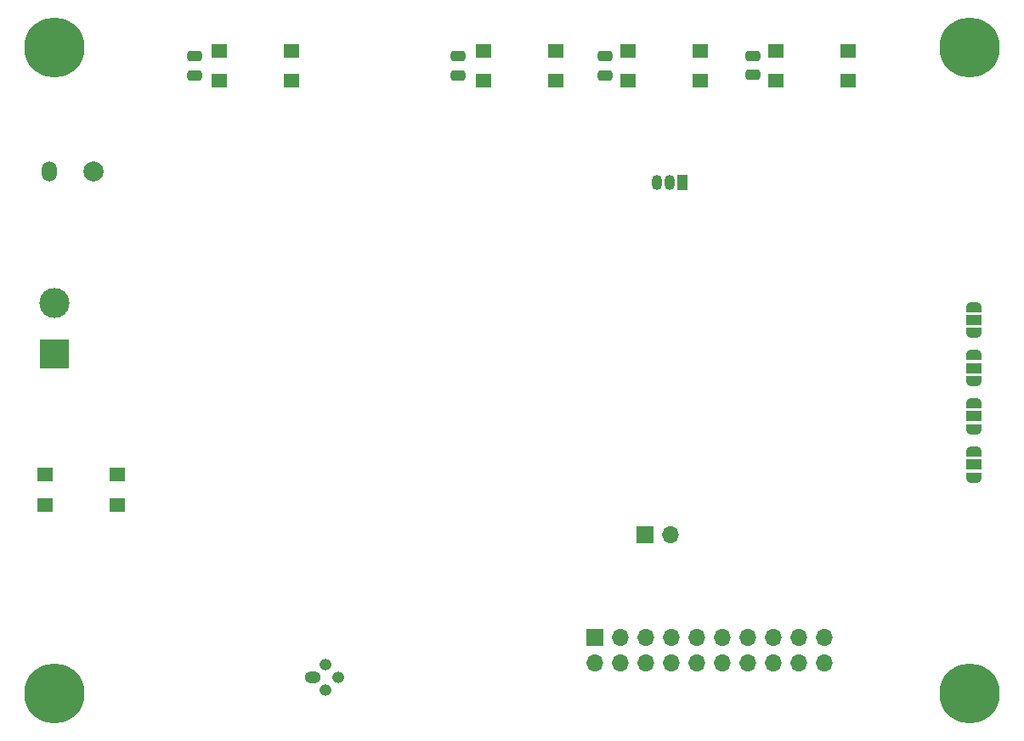
<source format=gbr>
%TF.GenerationSoftware,KiCad,Pcbnew,(6.0.8)*%
%TF.CreationDate,2023-04-21T14:35:49+02:00*%
%TF.ProjectId,Thermometer_IR_v2,54686572-6d6f-46d6-9574-65725f49525f,rev?*%
%TF.SameCoordinates,Original*%
%TF.FileFunction,Soldermask,Bot*%
%TF.FilePolarity,Negative*%
%FSLAX46Y46*%
G04 Gerber Fmt 4.6, Leading zero omitted, Abs format (unit mm)*
G04 Created by KiCad (PCBNEW (6.0.8)) date 2023-04-21 14:35:49*
%MOMM*%
%LPD*%
G01*
G04 APERTURE LIST*
G04 Aperture macros list*
%AMRoundRect*
0 Rectangle with rounded corners*
0 $1 Rounding radius*
0 $2 $3 $4 $5 $6 $7 $8 $9 X,Y pos of 4 corners*
0 Add a 4 corners polygon primitive as box body*
4,1,4,$2,$3,$4,$5,$6,$7,$8,$9,$2,$3,0*
0 Add four circle primitives for the rounded corners*
1,1,$1+$1,$2,$3*
1,1,$1+$1,$4,$5*
1,1,$1+$1,$6,$7*
1,1,$1+$1,$8,$9*
0 Add four rect primitives between the rounded corners*
20,1,$1+$1,$2,$3,$4,$5,0*
20,1,$1+$1,$4,$5,$6,$7,0*
20,1,$1+$1,$6,$7,$8,$9,0*
20,1,$1+$1,$8,$9,$2,$3,0*%
%AMFreePoly0*
4,1,22,0.550000,-0.750000,0.000000,-0.750000,0.000000,-0.745033,-0.079941,-0.743568,-0.215256,-0.701293,-0.333266,-0.622738,-0.424486,-0.514219,-0.481581,-0.384460,-0.499164,-0.250000,-0.500000,-0.250000,-0.500000,0.250000,-0.499164,0.250000,-0.499963,0.256109,-0.478152,0.396186,-0.417904,0.524511,-0.324060,0.630769,-0.204165,0.706417,-0.067858,0.745374,0.000000,0.744959,0.000000,0.750000,
0.550000,0.750000,0.550000,-0.750000,0.550000,-0.750000,$1*%
%AMFreePoly1*
4,1,20,0.000000,0.744959,0.073905,0.744508,0.209726,0.703889,0.328688,0.626782,0.421226,0.519385,0.479903,0.390333,0.500000,0.250000,0.500000,-0.250000,0.499851,-0.262216,0.476331,-0.402017,0.414519,-0.529596,0.319384,-0.634700,0.198574,-0.708877,0.061801,-0.746166,0.000000,-0.745033,0.000000,-0.750000,-0.550000,-0.750000,-0.550000,0.750000,0.000000,0.750000,0.000000,0.744959,
0.000000,0.744959,$1*%
G04 Aperture macros list end*
%ADD10R,1.700000X1.700000*%
%ADD11O,1.700000X1.700000*%
%ADD12C,0.800000*%
%ADD13C,6.000000*%
%ADD14O,1.600000X1.200000*%
%ADD15O,1.200000X1.200000*%
%ADD16R,3.000000X3.000000*%
%ADD17C,3.000000*%
%ADD18R,1.050000X1.500000*%
%ADD19O,1.050000X1.500000*%
%ADD20C,2.000000*%
%ADD21O,1.500000X2.000000*%
%ADD22R,1.600000X1.400000*%
%ADD23FreePoly0,270.000000*%
%ADD24R,1.500000X1.000000*%
%ADD25FreePoly1,270.000000*%
%ADD26RoundRect,0.250000X-0.475000X0.250000X-0.475000X-0.250000X0.475000X-0.250000X0.475000X0.250000X0*%
G04 APERTURE END LIST*
D10*
%TO.C,J2*%
X170800000Y-109735264D03*
D11*
X170800000Y-112275264D03*
X173340000Y-109735264D03*
X173340000Y-112275264D03*
X175880000Y-109735264D03*
X175880000Y-112275264D03*
X178420000Y-109735264D03*
X178420000Y-112275264D03*
X180960000Y-109735264D03*
X180960000Y-112275264D03*
X183500000Y-109735264D03*
X183500000Y-112275264D03*
X186040000Y-109735264D03*
X186040000Y-112275264D03*
X188580000Y-109735264D03*
X188580000Y-112275264D03*
X191120000Y-109735264D03*
X191120000Y-112275264D03*
X193660000Y-109735264D03*
X193660000Y-112275264D03*
%TD*%
D12*
%TO.C,H2*%
X115384010Y-49309010D03*
X116975000Y-48650000D03*
X118565990Y-52490990D03*
X116975000Y-53150000D03*
X115384010Y-52490990D03*
X114725000Y-50900000D03*
X119225000Y-50900000D03*
D13*
X116975000Y-50900000D03*
D12*
X118565990Y-49309010D03*
%TD*%
D14*
%TO.C,U3*%
X142699586Y-113724965D03*
D15*
X143969586Y-114994965D03*
X145239586Y-113724965D03*
X143969586Y-112454965D03*
%TD*%
D16*
%TO.C,J4*%
X117000000Y-81490000D03*
D17*
X117000000Y-76410000D03*
%TD*%
D10*
%TO.C,J3*%
X175775000Y-99450264D03*
D11*
X178315000Y-99450264D03*
%TD*%
D18*
%TO.C,U2*%
X179545000Y-64390000D03*
D19*
X178275000Y-64390000D03*
X177005000Y-64390000D03*
%TD*%
D20*
%TO.C,J1*%
X120846412Y-63288188D03*
D21*
X116446412Y-63288188D03*
%TD*%
D12*
%TO.C,H1*%
X208125000Y-117550000D03*
X209715990Y-113709010D03*
X208125000Y-113050000D03*
X206534010Y-116890990D03*
X205875000Y-115300000D03*
X210375000Y-115300000D03*
X206534010Y-113709010D03*
X209715990Y-116890990D03*
D13*
X208125000Y-115300000D03*
%TD*%
%TO.C,H4*%
X116975000Y-115300000D03*
D12*
X119225000Y-115300000D03*
X116975000Y-113050000D03*
X114725000Y-115300000D03*
X115384010Y-116890990D03*
X116975000Y-117550000D03*
X115384010Y-113709010D03*
X118565990Y-113709010D03*
X118565990Y-116890990D03*
%TD*%
%TO.C,H3*%
X206534010Y-52490990D03*
X205875000Y-50900000D03*
X208125000Y-53150000D03*
D13*
X208125000Y-50900000D03*
D12*
X208125000Y-48650000D03*
X209715990Y-49309010D03*
X210375000Y-50900000D03*
X206534010Y-49309010D03*
X209715990Y-52490990D03*
%TD*%
D22*
%TO.C,SW7*%
X123200000Y-93500000D03*
X116000000Y-93500000D03*
X116000000Y-96500000D03*
X123200000Y-96500000D03*
%TD*%
D23*
%TO.C,JP3*%
X208550000Y-86375000D03*
D24*
X208550000Y-87675000D03*
D25*
X208550000Y-88975000D03*
%TD*%
D26*
%TO.C,C4*%
X186568151Y-51710264D03*
X186568151Y-53610264D03*
%TD*%
D23*
%TO.C,JP2*%
X208550000Y-81575000D03*
D24*
X208550000Y-82875000D03*
D25*
X208550000Y-84175000D03*
%TD*%
D23*
%TO.C,JP1*%
X208550000Y-76775000D03*
D24*
X208550000Y-78075000D03*
D25*
X208550000Y-79375000D03*
%TD*%
D22*
%TO.C,SW5*%
X181291254Y-51210264D03*
X174091254Y-51210264D03*
X174091254Y-54210264D03*
X181291254Y-54210264D03*
%TD*%
%TO.C,SW1*%
X188810151Y-51185664D03*
X196010151Y-51185664D03*
X196010151Y-54185664D03*
X188810151Y-54185664D03*
%TD*%
%TO.C,SW6*%
X140600000Y-51210264D03*
X133400000Y-51210264D03*
X133400000Y-54210264D03*
X140600000Y-54210264D03*
%TD*%
D26*
%TO.C,C8*%
X171791254Y-51760264D03*
X171791254Y-53660264D03*
%TD*%
%TO.C,C9*%
X130900000Y-51760264D03*
X130900000Y-53660264D03*
%TD*%
D23*
%TO.C,JP4*%
X208550000Y-91175000D03*
D24*
X208550000Y-92475000D03*
D25*
X208550000Y-93775000D03*
%TD*%
D26*
%TO.C,C5*%
X157216683Y-51775000D03*
X157216683Y-53675000D03*
%TD*%
D22*
%TO.C,SW2*%
X166941254Y-51225000D03*
X159741254Y-51225000D03*
X159741254Y-54225000D03*
X166941254Y-54225000D03*
%TD*%
M02*

</source>
